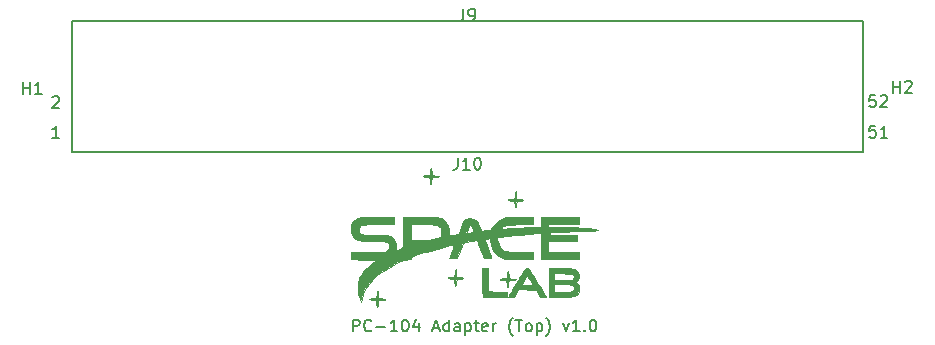
<source format=gbr>
%TF.GenerationSoftware,KiCad,Pcbnew,5.1.6-1.fc32*%
%TF.CreationDate,2020-07-10T21:32:06-03:00*%
%TF.ProjectId,pc104-adapter-top,70633130-342d-4616-9461-707465722d74,v1.0*%
%TF.SameCoordinates,Original*%
%TF.FileFunction,Legend,Top*%
%TF.FilePolarity,Positive*%
%FSLAX46Y46*%
G04 Gerber Fmt 4.6, Leading zero omitted, Abs format (unit mm)*
G04 Created by KiCad (PCBNEW 5.1.6-1.fc32) date 2020-07-10 21:32:06*
%MOMM*%
%LPD*%
G01*
G04 APERTURE LIST*
%ADD10C,0.160000*%
%ADD11C,0.010000*%
%ADD12C,0.150000*%
G04 APERTURE END LIST*
D10*
X126614285Y-104952380D02*
X126614285Y-103952380D01*
X126995238Y-103952380D01*
X127090476Y-104000000D01*
X127138095Y-104047619D01*
X127185714Y-104142857D01*
X127185714Y-104285714D01*
X127138095Y-104380952D01*
X127090476Y-104428571D01*
X126995238Y-104476190D01*
X126614285Y-104476190D01*
X128185714Y-104857142D02*
X128138095Y-104904761D01*
X127995238Y-104952380D01*
X127900000Y-104952380D01*
X127757142Y-104904761D01*
X127661904Y-104809523D01*
X127614285Y-104714285D01*
X127566666Y-104523809D01*
X127566666Y-104380952D01*
X127614285Y-104190476D01*
X127661904Y-104095238D01*
X127757142Y-104000000D01*
X127900000Y-103952380D01*
X127995238Y-103952380D01*
X128138095Y-104000000D01*
X128185714Y-104047619D01*
X128614285Y-104571428D02*
X129376190Y-104571428D01*
X130376190Y-104952380D02*
X129804761Y-104952380D01*
X130090476Y-104952380D02*
X130090476Y-103952380D01*
X129995238Y-104095238D01*
X129900000Y-104190476D01*
X129804761Y-104238095D01*
X130995238Y-103952380D02*
X131090476Y-103952380D01*
X131185714Y-104000000D01*
X131233333Y-104047619D01*
X131280952Y-104142857D01*
X131328571Y-104333333D01*
X131328571Y-104571428D01*
X131280952Y-104761904D01*
X131233333Y-104857142D01*
X131185714Y-104904761D01*
X131090476Y-104952380D01*
X130995238Y-104952380D01*
X130900000Y-104904761D01*
X130852380Y-104857142D01*
X130804761Y-104761904D01*
X130757142Y-104571428D01*
X130757142Y-104333333D01*
X130804761Y-104142857D01*
X130852380Y-104047619D01*
X130900000Y-104000000D01*
X130995238Y-103952380D01*
X132185714Y-104285714D02*
X132185714Y-104952380D01*
X131947619Y-103904761D02*
X131709523Y-104619047D01*
X132328571Y-104619047D01*
X133423809Y-104666666D02*
X133900000Y-104666666D01*
X133328571Y-104952380D02*
X133661904Y-103952380D01*
X133995238Y-104952380D01*
X134757142Y-104952380D02*
X134757142Y-103952380D01*
X134757142Y-104904761D02*
X134661904Y-104952380D01*
X134471428Y-104952380D01*
X134376190Y-104904761D01*
X134328571Y-104857142D01*
X134280952Y-104761904D01*
X134280952Y-104476190D01*
X134328571Y-104380952D01*
X134376190Y-104333333D01*
X134471428Y-104285714D01*
X134661904Y-104285714D01*
X134757142Y-104333333D01*
X135661904Y-104952380D02*
X135661904Y-104428571D01*
X135614285Y-104333333D01*
X135519047Y-104285714D01*
X135328571Y-104285714D01*
X135233333Y-104333333D01*
X135661904Y-104904761D02*
X135566666Y-104952380D01*
X135328571Y-104952380D01*
X135233333Y-104904761D01*
X135185714Y-104809523D01*
X135185714Y-104714285D01*
X135233333Y-104619047D01*
X135328571Y-104571428D01*
X135566666Y-104571428D01*
X135661904Y-104523809D01*
X136138095Y-104285714D02*
X136138095Y-105285714D01*
X136138095Y-104333333D02*
X136233333Y-104285714D01*
X136423809Y-104285714D01*
X136519047Y-104333333D01*
X136566666Y-104380952D01*
X136614285Y-104476190D01*
X136614285Y-104761904D01*
X136566666Y-104857142D01*
X136519047Y-104904761D01*
X136423809Y-104952380D01*
X136233333Y-104952380D01*
X136138095Y-104904761D01*
X136900000Y-104285714D02*
X137280952Y-104285714D01*
X137042857Y-103952380D02*
X137042857Y-104809523D01*
X137090476Y-104904761D01*
X137185714Y-104952380D01*
X137280952Y-104952380D01*
X137995238Y-104904761D02*
X137900000Y-104952380D01*
X137709523Y-104952380D01*
X137614285Y-104904761D01*
X137566666Y-104809523D01*
X137566666Y-104428571D01*
X137614285Y-104333333D01*
X137709523Y-104285714D01*
X137900000Y-104285714D01*
X137995238Y-104333333D01*
X138042857Y-104428571D01*
X138042857Y-104523809D01*
X137566666Y-104619047D01*
X138471428Y-104952380D02*
X138471428Y-104285714D01*
X138471428Y-104476190D02*
X138519047Y-104380952D01*
X138566666Y-104333333D01*
X138661904Y-104285714D01*
X138757142Y-104285714D01*
X140138095Y-105333333D02*
X140090476Y-105285714D01*
X139995238Y-105142857D01*
X139947619Y-105047619D01*
X139900000Y-104904761D01*
X139852380Y-104666666D01*
X139852380Y-104476190D01*
X139900000Y-104238095D01*
X139947619Y-104095238D01*
X139995238Y-104000000D01*
X140090476Y-103857142D01*
X140138095Y-103809523D01*
X140376190Y-103952380D02*
X140947619Y-103952380D01*
X140661904Y-104952380D02*
X140661904Y-103952380D01*
X141423809Y-104952380D02*
X141328571Y-104904761D01*
X141280952Y-104857142D01*
X141233333Y-104761904D01*
X141233333Y-104476190D01*
X141280952Y-104380952D01*
X141328571Y-104333333D01*
X141423809Y-104285714D01*
X141566666Y-104285714D01*
X141661904Y-104333333D01*
X141709523Y-104380952D01*
X141757142Y-104476190D01*
X141757142Y-104761904D01*
X141709523Y-104857142D01*
X141661904Y-104904761D01*
X141566666Y-104952380D01*
X141423809Y-104952380D01*
X142185714Y-104285714D02*
X142185714Y-105285714D01*
X142185714Y-104333333D02*
X142280952Y-104285714D01*
X142471428Y-104285714D01*
X142566666Y-104333333D01*
X142614285Y-104380952D01*
X142661904Y-104476190D01*
X142661904Y-104761904D01*
X142614285Y-104857142D01*
X142566666Y-104904761D01*
X142471428Y-104952380D01*
X142280952Y-104952380D01*
X142185714Y-104904761D01*
X142995238Y-105333333D02*
X143042857Y-105285714D01*
X143138095Y-105142857D01*
X143185714Y-105047619D01*
X143233333Y-104904761D01*
X143280952Y-104666666D01*
X143280952Y-104476190D01*
X143233333Y-104238095D01*
X143185714Y-104095238D01*
X143138095Y-104000000D01*
X143042857Y-103857142D01*
X142995238Y-103809523D01*
X144423809Y-104285714D02*
X144661904Y-104952380D01*
X144900000Y-104285714D01*
X145804761Y-104952380D02*
X145233333Y-104952380D01*
X145519047Y-104952380D02*
X145519047Y-103952380D01*
X145423809Y-104095238D01*
X145328571Y-104190476D01*
X145233333Y-104238095D01*
X146233333Y-104857142D02*
X146280952Y-104904761D01*
X146233333Y-104952380D01*
X146185714Y-104904761D01*
X146233333Y-104857142D01*
X146233333Y-104952380D01*
X146900000Y-103952380D02*
X146995238Y-103952380D01*
X147090476Y-104000000D01*
X147138095Y-104047619D01*
X147185714Y-104142857D01*
X147233333Y-104333333D01*
X147233333Y-104571428D01*
X147185714Y-104761904D01*
X147138095Y-104857142D01*
X147090476Y-104904761D01*
X146995238Y-104952380D01*
X146900000Y-104952380D01*
X146804761Y-104904761D01*
X146757142Y-104857142D01*
X146709523Y-104761904D01*
X146661904Y-104571428D01*
X146661904Y-104333333D01*
X146709523Y-104142857D01*
X146757142Y-104047619D01*
X146804761Y-104000000D01*
X146900000Y-103952380D01*
X169770000Y-78716000D02*
X102830000Y-78716000D01*
X169770000Y-89776000D02*
X169770000Y-78716000D01*
X102830000Y-89776000D02*
X169770000Y-89776000D01*
X102830000Y-78716000D02*
X102830000Y-89776000D01*
D11*
%TO.C,G\u002A\u002A\u002A*%
G36*
X128699599Y-101561525D02*
G01*
X128725108Y-101630789D01*
X128747951Y-101746661D01*
X128764148Y-101890195D01*
X128769560Y-102005916D01*
X128776974Y-102109987D01*
X128809601Y-102154616D01*
X128889576Y-102164970D01*
X128909583Y-102165132D01*
X129057475Y-102172695D01*
X129198216Y-102191415D01*
X129307850Y-102216793D01*
X129362422Y-102244332D01*
X129364666Y-102250575D01*
X129326030Y-102270538D01*
X129224423Y-102292362D01*
X129081300Y-102311514D01*
X129071762Y-102312488D01*
X128778857Y-102341904D01*
X128748904Y-102560202D01*
X128725776Y-102702783D01*
X128700544Y-102820594D01*
X128688864Y-102860045D01*
X128664616Y-102911491D01*
X128645833Y-102888976D01*
X128631300Y-102838878D01*
X128614134Y-102732579D01*
X128604186Y-102589860D01*
X128603244Y-102539794D01*
X128603732Y-102452449D01*
X128596259Y-102393790D01*
X128566494Y-102355394D01*
X128500111Y-102328837D01*
X128382779Y-102305693D01*
X128200170Y-102277540D01*
X128142038Y-102268639D01*
X128036003Y-102241015D01*
X128008496Y-102209126D01*
X128054333Y-102181376D01*
X128168328Y-102166167D01*
X128205791Y-102165314D01*
X128350060Y-102155998D01*
X128464780Y-102139327D01*
X128535818Y-102119319D01*
X128577000Y-102080647D01*
X128600397Y-102001343D01*
X128617966Y-101860559D01*
X128637089Y-101716548D01*
X128659354Y-101604399D01*
X128675407Y-101557815D01*
X128699599Y-101561525D01*
G37*
X128699599Y-101561525D02*
X128725108Y-101630789D01*
X128747951Y-101746661D01*
X128764148Y-101890195D01*
X128769560Y-102005916D01*
X128776974Y-102109987D01*
X128809601Y-102154616D01*
X128889576Y-102164970D01*
X128909583Y-102165132D01*
X129057475Y-102172695D01*
X129198216Y-102191415D01*
X129307850Y-102216793D01*
X129362422Y-102244332D01*
X129364666Y-102250575D01*
X129326030Y-102270538D01*
X129224423Y-102292362D01*
X129081300Y-102311514D01*
X129071762Y-102312488D01*
X128778857Y-102341904D01*
X128748904Y-102560202D01*
X128725776Y-102702783D01*
X128700544Y-102820594D01*
X128688864Y-102860045D01*
X128664616Y-102911491D01*
X128645833Y-102888976D01*
X128631300Y-102838878D01*
X128614134Y-102732579D01*
X128604186Y-102589860D01*
X128603244Y-102539794D01*
X128603732Y-102452449D01*
X128596259Y-102393790D01*
X128566494Y-102355394D01*
X128500111Y-102328837D01*
X128382779Y-102305693D01*
X128200170Y-102277540D01*
X128142038Y-102268639D01*
X128036003Y-102241015D01*
X128008496Y-102209126D01*
X128054333Y-102181376D01*
X128168328Y-102166167D01*
X128205791Y-102165314D01*
X128350060Y-102155998D01*
X128464780Y-102139327D01*
X128535818Y-102119319D01*
X128577000Y-102080647D01*
X128600397Y-102001343D01*
X128617966Y-101860559D01*
X128637089Y-101716548D01*
X128659354Y-101604399D01*
X128675407Y-101557815D01*
X128699599Y-101561525D01*
G36*
X130126666Y-95899333D02*
G01*
X128788981Y-95899333D01*
X128406005Y-95899876D01*
X128098350Y-95901790D01*
X127856675Y-95905500D01*
X127671641Y-95911431D01*
X127533905Y-95920009D01*
X127434128Y-95931658D01*
X127362968Y-95946804D01*
X127311086Y-95965873D01*
X127309319Y-95966705D01*
X127178689Y-96070426D01*
X127105559Y-96216380D01*
X127092357Y-96382493D01*
X127141511Y-96546688D01*
X127232356Y-96666600D01*
X127266108Y-96696500D01*
X127303089Y-96720001D01*
X127353559Y-96738097D01*
X127427778Y-96751780D01*
X127536006Y-96762045D01*
X127688503Y-96769884D01*
X127895531Y-96776292D01*
X128167347Y-96782261D01*
X128489577Y-96788333D01*
X128831912Y-96794843D01*
X129100553Y-96800977D01*
X129306459Y-96807773D01*
X129460591Y-96816273D01*
X129573908Y-96827514D01*
X129657371Y-96842536D01*
X129721939Y-96862379D01*
X129778574Y-96888082D01*
X129828694Y-96915333D01*
X130040513Y-97080063D01*
X130189864Y-97298774D01*
X130273720Y-97565153D01*
X130289052Y-97872888D01*
X130288929Y-97874877D01*
X130281319Y-98000133D01*
X130276731Y-98082139D01*
X130276054Y-98100724D01*
X130312504Y-98085566D01*
X130407868Y-98045499D01*
X130543060Y-97988546D01*
X130572387Y-97976177D01*
X130867500Y-97851687D01*
X130884394Y-95899333D01*
X131523666Y-95899333D01*
X131523666Y-96548444D01*
X131525418Y-96774796D01*
X131530249Y-96970543D01*
X131537519Y-97120363D01*
X131546591Y-97208932D01*
X131551888Y-97225777D01*
X131602421Y-97236248D01*
X131721219Y-97245246D01*
X131891881Y-97251954D01*
X132098009Y-97255553D01*
X132155138Y-97255878D01*
X132404135Y-97254097D01*
X132612191Y-97244801D01*
X132807641Y-97224794D01*
X133018817Y-97190881D01*
X133274051Y-97139864D01*
X133374793Y-97118294D01*
X133619196Y-97064794D01*
X133793916Y-97023670D01*
X133912127Y-96989895D01*
X133987007Y-96958444D01*
X134031729Y-96924290D01*
X134059470Y-96882407D01*
X134073293Y-96851833D01*
X134116681Y-96668629D01*
X134116302Y-96458183D01*
X134073796Y-96263760D01*
X134048833Y-96206665D01*
X133961345Y-96095818D01*
X133836591Y-95998849D01*
X133810480Y-95984415D01*
X133753066Y-95957963D01*
X133689908Y-95937613D01*
X133609591Y-95922575D01*
X133500699Y-95912056D01*
X133351813Y-95905264D01*
X133151519Y-95901408D01*
X132888398Y-95899695D01*
X132583686Y-95899333D01*
X131523666Y-95899333D01*
X130884394Y-95899333D01*
X130889890Y-95264333D01*
X132299761Y-95264333D01*
X132722849Y-95265027D01*
X133070831Y-95267909D01*
X133353263Y-95274173D01*
X133579698Y-95285018D01*
X133759693Y-95301639D01*
X133902802Y-95325234D01*
X134018580Y-95357000D01*
X134116582Y-95398132D01*
X134206363Y-95449827D01*
X134297478Y-95513283D01*
X134299524Y-95514786D01*
X134418949Y-95626619D01*
X134536991Y-95774854D01*
X134593472Y-95865439D01*
X134658282Y-95998982D01*
X134698643Y-96128650D01*
X134721904Y-96285649D01*
X134733545Y-96460250D01*
X134741405Y-96632661D01*
X134755289Y-96744223D01*
X134790402Y-96805224D01*
X134861951Y-96825952D01*
X134985145Y-96816696D01*
X135175188Y-96787743D01*
X135209761Y-96782434D01*
X135530355Y-96733643D01*
X135568757Y-96630672D01*
X136219000Y-96630672D01*
X136379583Y-96604135D01*
X136516525Y-96585861D01*
X136636436Y-96576674D01*
X136646000Y-96576484D01*
X136759709Y-96565305D01*
X136815611Y-96525333D01*
X136819030Y-96442352D01*
X136775292Y-96302147D01*
X136761850Y-96267251D01*
X136682392Y-96106107D01*
X136599157Y-96010116D01*
X136519773Y-95986062D01*
X136474473Y-96011593D01*
X136442722Y-96066755D01*
X136392657Y-96178508D01*
X136334556Y-96323749D01*
X136328735Y-96339134D01*
X136219000Y-96630672D01*
X135568757Y-96630672D01*
X135731726Y-96193690D01*
X135843590Y-95911750D01*
X135946289Y-95702113D01*
X136050137Y-95554687D01*
X136165450Y-95459379D01*
X136302540Y-95406095D01*
X136471724Y-95384745D01*
X136560376Y-95382866D01*
X136812694Y-95411542D01*
X137009490Y-95495796D01*
X137131185Y-95613341D01*
X137177331Y-95696866D01*
X137240592Y-95834194D01*
X137309271Y-95999514D01*
X137327954Y-96047500D01*
X137390640Y-96205563D01*
X137445098Y-96332957D01*
X137482339Y-96408999D01*
X137489738Y-96419756D01*
X137543275Y-96429436D01*
X137660005Y-96427315D01*
X137819395Y-96414178D01*
X137908385Y-96403760D01*
X138295026Y-96354176D01*
X138418898Y-96137338D01*
X138639513Y-95833737D01*
X138916616Y-95589572D01*
X139240327Y-95411845D01*
X139585358Y-95310309D01*
X139699480Y-95297232D01*
X139882720Y-95285602D01*
X140119535Y-95275976D01*
X140394379Y-95268912D01*
X140691709Y-95264970D01*
X140865941Y-95264333D01*
X141895333Y-95264333D01*
X141895333Y-95899333D01*
X140865850Y-95899333D01*
X140481794Y-95901213D01*
X140171721Y-95907996D01*
X139925008Y-95921393D01*
X139731032Y-95943115D01*
X139579168Y-95974874D01*
X139458795Y-96018383D01*
X139359287Y-96075352D01*
X139270023Y-96147493D01*
X139258334Y-96158340D01*
X139122500Y-96286029D01*
X139461166Y-96261480D01*
X139740890Y-96242513D01*
X140083789Y-96221337D01*
X140468436Y-96199133D01*
X140873408Y-96177080D01*
X141277281Y-96156361D01*
X141658628Y-96138154D01*
X141863583Y-96129103D01*
X142530333Y-96100742D01*
X142530333Y-95264333D01*
X145747666Y-95264333D01*
X145747666Y-95899333D01*
X143165333Y-95899333D01*
X143165333Y-96097984D01*
X144572916Y-96125095D01*
X145096634Y-96136631D01*
X145543809Y-96149879D01*
X145922555Y-96165427D01*
X146240988Y-96183865D01*
X146507224Y-96205782D01*
X146729377Y-96231766D01*
X146915564Y-96262406D01*
X147073899Y-96298291D01*
X147115030Y-96309553D01*
X147377500Y-96384301D01*
X147187000Y-96413846D01*
X147070549Y-96425528D01*
X146893293Y-96435640D01*
X146679091Y-96443117D01*
X146451800Y-96446893D01*
X146446166Y-96446931D01*
X146201122Y-96450641D01*
X145889732Y-96458643D01*
X145530167Y-96470220D01*
X145140599Y-96484653D01*
X144739199Y-96501222D01*
X144344139Y-96519210D01*
X143973591Y-96537898D01*
X143645726Y-96556568D01*
X143596988Y-96559597D01*
X143401466Y-96572953D01*
X143275858Y-96586062D01*
X143205522Y-96602990D01*
X143175815Y-96627802D01*
X143172094Y-96664563D01*
X143173655Y-96677127D01*
X143179323Y-96703213D01*
X143194169Y-96723802D01*
X143227407Y-96739651D01*
X143288248Y-96751520D01*
X143385904Y-96760168D01*
X143529589Y-96766351D01*
X143728514Y-96770830D01*
X143991892Y-96774363D01*
X144328935Y-96777708D01*
X144403583Y-96778399D01*
X145620666Y-96789631D01*
X145620666Y-97296333D01*
X143165333Y-97296333D01*
X143165333Y-98227666D01*
X145747666Y-98227666D01*
X145747666Y-98862666D01*
X142530333Y-98862666D01*
X142530333Y-96614795D01*
X142286916Y-96638777D01*
X142165858Y-96649981D01*
X141979116Y-96666375D01*
X141745403Y-96686355D01*
X141483429Y-96708321D01*
X141239166Y-96728447D01*
X140917072Y-96756173D01*
X140558321Y-96789389D01*
X140197126Y-96824785D01*
X139867702Y-96859051D01*
X139715223Y-96875901D01*
X139473036Y-96902943D01*
X139256649Y-96926211D01*
X139081605Y-96944103D01*
X138963445Y-96955020D01*
X138921473Y-96957666D01*
X138875756Y-96973302D01*
X138853409Y-97033278D01*
X138847338Y-97157199D01*
X138847333Y-97162571D01*
X138875943Y-97357460D01*
X138952009Y-97572923D01*
X139060889Y-97778355D01*
X139187937Y-97943148D01*
X139245423Y-97994593D01*
X139339855Y-98061912D01*
X139434012Y-98114962D01*
X139539217Y-98155418D01*
X139666795Y-98184956D01*
X139828069Y-98205250D01*
X140034365Y-98217975D01*
X140297006Y-98224806D01*
X140627317Y-98227418D01*
X140821155Y-98227666D01*
X141895333Y-98227666D01*
X141895333Y-98867502D01*
X140697046Y-98854501D01*
X139498758Y-98841500D01*
X139175811Y-98681804D01*
X138857505Y-98480102D01*
X138595497Y-98222007D01*
X138396939Y-97917617D01*
X138268986Y-97577026D01*
X138227283Y-97343101D01*
X138199277Y-97075149D01*
X137993207Y-97094949D01*
X137869814Y-97110017D01*
X137786456Y-97126201D01*
X137768216Y-97133671D01*
X137776766Y-97177156D01*
X137811723Y-97287220D01*
X137868793Y-97451540D01*
X137943679Y-97657794D01*
X138032086Y-97893656D01*
X138044314Y-97925761D01*
X138135384Y-98166371D01*
X138215041Y-98380534D01*
X138278646Y-98555470D01*
X138321560Y-98678402D01*
X138339144Y-98736551D01*
X138339333Y-98738464D01*
X138300488Y-98757482D01*
X138197842Y-98771493D01*
X138052227Y-98777865D01*
X138026362Y-98778000D01*
X137859352Y-98774625D01*
X137758363Y-98761832D01*
X137704921Y-98735616D01*
X137684609Y-98703916D01*
X137660565Y-98641026D01*
X137612174Y-98513695D01*
X137545035Y-98336678D01*
X137464743Y-98124731D01*
X137399555Y-97952500D01*
X137313836Y-97728467D01*
X137237154Y-97532793D01*
X137174938Y-97378957D01*
X137132616Y-97280437D01*
X137116892Y-97250649D01*
X137067962Y-97249162D01*
X136951614Y-97261844D01*
X136783507Y-97286544D01*
X136579301Y-97321106D01*
X136501217Y-97335316D01*
X135911935Y-97444500D01*
X135658825Y-98111250D01*
X135405714Y-98778000D01*
X135094524Y-98778000D01*
X134918840Y-98772911D01*
X134818561Y-98756654D01*
X134784983Y-98727739D01*
X134784909Y-98725083D01*
X134800100Y-98667701D01*
X134840577Y-98547925D01*
X134900546Y-98382116D01*
X134974214Y-98186638D01*
X134991017Y-98143000D01*
X135065306Y-97947600D01*
X135125696Y-97782595D01*
X135166908Y-97662890D01*
X135183664Y-97603387D01*
X135183432Y-97599685D01*
X135136254Y-97601276D01*
X135018852Y-97623660D01*
X134842270Y-97663879D01*
X134617552Y-97718975D01*
X134355743Y-97785991D01*
X134067886Y-97861970D01*
X133765024Y-97943954D01*
X133458202Y-98028986D01*
X133158464Y-98114109D01*
X132876853Y-98196365D01*
X132624414Y-98272797D01*
X132412191Y-98340448D01*
X132391500Y-98347318D01*
X132109945Y-98441731D01*
X131898581Y-98514541D01*
X131747143Y-98570510D01*
X131645364Y-98614400D01*
X131582978Y-98650972D01*
X131549720Y-98684989D01*
X131535323Y-98721211D01*
X131531438Y-98746250D01*
X131519287Y-98810542D01*
X131487771Y-98845358D01*
X131415974Y-98859721D01*
X131282982Y-98862654D01*
X131261599Y-98862666D01*
X131101105Y-98876188D01*
X130919643Y-98919509D01*
X130706682Y-98996759D01*
X130451691Y-99112069D01*
X130144142Y-99269570D01*
X129936166Y-99382635D01*
X129317897Y-99753197D01*
X128783118Y-100135714D01*
X128331444Y-100530604D01*
X127962488Y-100938292D01*
X127675862Y-101359198D01*
X127471180Y-101793744D01*
X127357161Y-102194583D01*
X127309070Y-102434654D01*
X127195885Y-102182444D01*
X127058964Y-101779873D01*
X127006359Y-101370963D01*
X127038038Y-100956731D01*
X127153970Y-100538195D01*
X127253378Y-100307061D01*
X127351859Y-100119479D01*
X127457914Y-99956955D01*
X127590207Y-99794358D01*
X127767401Y-99606559D01*
X127792241Y-99581464D01*
X127962729Y-99417454D01*
X128141254Y-99258310D01*
X128304340Y-99124333D01*
X128408556Y-99048495D01*
X128658945Y-98883833D01*
X127572472Y-98872535D01*
X126486000Y-98861237D01*
X126486000Y-98227666D01*
X127914750Y-98227042D01*
X128339148Y-98225919D01*
X128685111Y-98222811D01*
X128958852Y-98217505D01*
X129166584Y-98209783D01*
X129314520Y-98199431D01*
X129408874Y-98186232D01*
X129449333Y-98173791D01*
X129536915Y-98101544D01*
X129618343Y-97990193D01*
X129631550Y-97965232D01*
X129679371Y-97842125D01*
X129682287Y-97731047D01*
X129661638Y-97637369D01*
X129635420Y-97549248D01*
X129603247Y-97478995D01*
X129555833Y-97424373D01*
X129483893Y-97383143D01*
X129378140Y-97353070D01*
X129229290Y-97331915D01*
X129028056Y-97317442D01*
X128765153Y-97307412D01*
X128431295Y-97299590D01*
X128244782Y-97295993D01*
X127884053Y-97288778D01*
X127597161Y-97280873D01*
X127373290Y-97270280D01*
X127201620Y-97255000D01*
X127071333Y-97233035D01*
X126971611Y-97202385D01*
X126891635Y-97161052D01*
X126820588Y-97107038D01*
X126747651Y-97038342D01*
X126724280Y-97015068D01*
X126561314Y-96797423D01*
X126462941Y-96546625D01*
X126429168Y-96280096D01*
X126459998Y-96015256D01*
X126555436Y-95769526D01*
X126715486Y-95560328D01*
X126723913Y-95552329D01*
X126798017Y-95485133D01*
X126868857Y-95430263D01*
X126945662Y-95386382D01*
X127037662Y-95352152D01*
X127154088Y-95326235D01*
X127304171Y-95307294D01*
X127497139Y-95293991D01*
X127742224Y-95284989D01*
X128048655Y-95278951D01*
X128425663Y-95274538D01*
X128655583Y-95272416D01*
X130126666Y-95259333D01*
X130126666Y-95899333D01*
G37*
X130126666Y-95899333D02*
X128788981Y-95899333D01*
X128406005Y-95899876D01*
X128098350Y-95901790D01*
X127856675Y-95905500D01*
X127671641Y-95911431D01*
X127533905Y-95920009D01*
X127434128Y-95931658D01*
X127362968Y-95946804D01*
X127311086Y-95965873D01*
X127309319Y-95966705D01*
X127178689Y-96070426D01*
X127105559Y-96216380D01*
X127092357Y-96382493D01*
X127141511Y-96546688D01*
X127232356Y-96666600D01*
X127266108Y-96696500D01*
X127303089Y-96720001D01*
X127353559Y-96738097D01*
X127427778Y-96751780D01*
X127536006Y-96762045D01*
X127688503Y-96769884D01*
X127895531Y-96776292D01*
X128167347Y-96782261D01*
X128489577Y-96788333D01*
X128831912Y-96794843D01*
X129100553Y-96800977D01*
X129306459Y-96807773D01*
X129460591Y-96816273D01*
X129573908Y-96827514D01*
X129657371Y-96842536D01*
X129721939Y-96862379D01*
X129778574Y-96888082D01*
X129828694Y-96915333D01*
X130040513Y-97080063D01*
X130189864Y-97298774D01*
X130273720Y-97565153D01*
X130289052Y-97872888D01*
X130288929Y-97874877D01*
X130281319Y-98000133D01*
X130276731Y-98082139D01*
X130276054Y-98100724D01*
X130312504Y-98085566D01*
X130407868Y-98045499D01*
X130543060Y-97988546D01*
X130572387Y-97976177D01*
X130867500Y-97851687D01*
X130884394Y-95899333D01*
X131523666Y-95899333D01*
X131523666Y-96548444D01*
X131525418Y-96774796D01*
X131530249Y-96970543D01*
X131537519Y-97120363D01*
X131546591Y-97208932D01*
X131551888Y-97225777D01*
X131602421Y-97236248D01*
X131721219Y-97245246D01*
X131891881Y-97251954D01*
X132098009Y-97255553D01*
X132155138Y-97255878D01*
X132404135Y-97254097D01*
X132612191Y-97244801D01*
X132807641Y-97224794D01*
X133018817Y-97190881D01*
X133274051Y-97139864D01*
X133374793Y-97118294D01*
X133619196Y-97064794D01*
X133793916Y-97023670D01*
X133912127Y-96989895D01*
X133987007Y-96958444D01*
X134031729Y-96924290D01*
X134059470Y-96882407D01*
X134073293Y-96851833D01*
X134116681Y-96668629D01*
X134116302Y-96458183D01*
X134073796Y-96263760D01*
X134048833Y-96206665D01*
X133961345Y-96095818D01*
X133836591Y-95998849D01*
X133810480Y-95984415D01*
X133753066Y-95957963D01*
X133689908Y-95937613D01*
X133609591Y-95922575D01*
X133500699Y-95912056D01*
X133351813Y-95905264D01*
X133151519Y-95901408D01*
X132888398Y-95899695D01*
X132583686Y-95899333D01*
X131523666Y-95899333D01*
X130884394Y-95899333D01*
X130889890Y-95264333D01*
X132299761Y-95264333D01*
X132722849Y-95265027D01*
X133070831Y-95267909D01*
X133353263Y-95274173D01*
X133579698Y-95285018D01*
X133759693Y-95301639D01*
X133902802Y-95325234D01*
X134018580Y-95357000D01*
X134116582Y-95398132D01*
X134206363Y-95449827D01*
X134297478Y-95513283D01*
X134299524Y-95514786D01*
X134418949Y-95626619D01*
X134536991Y-95774854D01*
X134593472Y-95865439D01*
X134658282Y-95998982D01*
X134698643Y-96128650D01*
X134721904Y-96285649D01*
X134733545Y-96460250D01*
X134741405Y-96632661D01*
X134755289Y-96744223D01*
X134790402Y-96805224D01*
X134861951Y-96825952D01*
X134985145Y-96816696D01*
X135175188Y-96787743D01*
X135209761Y-96782434D01*
X135530355Y-96733643D01*
X135568757Y-96630672D01*
X136219000Y-96630672D01*
X136379583Y-96604135D01*
X136516525Y-96585861D01*
X136636436Y-96576674D01*
X136646000Y-96576484D01*
X136759709Y-96565305D01*
X136815611Y-96525333D01*
X136819030Y-96442352D01*
X136775292Y-96302147D01*
X136761850Y-96267251D01*
X136682392Y-96106107D01*
X136599157Y-96010116D01*
X136519773Y-95986062D01*
X136474473Y-96011593D01*
X136442722Y-96066755D01*
X136392657Y-96178508D01*
X136334556Y-96323749D01*
X136328735Y-96339134D01*
X136219000Y-96630672D01*
X135568757Y-96630672D01*
X135731726Y-96193690D01*
X135843590Y-95911750D01*
X135946289Y-95702113D01*
X136050137Y-95554687D01*
X136165450Y-95459379D01*
X136302540Y-95406095D01*
X136471724Y-95384745D01*
X136560376Y-95382866D01*
X136812694Y-95411542D01*
X137009490Y-95495796D01*
X137131185Y-95613341D01*
X137177331Y-95696866D01*
X137240592Y-95834194D01*
X137309271Y-95999514D01*
X137327954Y-96047500D01*
X137390640Y-96205563D01*
X137445098Y-96332957D01*
X137482339Y-96408999D01*
X137489738Y-96419756D01*
X137543275Y-96429436D01*
X137660005Y-96427315D01*
X137819395Y-96414178D01*
X137908385Y-96403760D01*
X138295026Y-96354176D01*
X138418898Y-96137338D01*
X138639513Y-95833737D01*
X138916616Y-95589572D01*
X139240327Y-95411845D01*
X139585358Y-95310309D01*
X139699480Y-95297232D01*
X139882720Y-95285602D01*
X140119535Y-95275976D01*
X140394379Y-95268912D01*
X140691709Y-95264970D01*
X140865941Y-95264333D01*
X141895333Y-95264333D01*
X141895333Y-95899333D01*
X140865850Y-95899333D01*
X140481794Y-95901213D01*
X140171721Y-95907996D01*
X139925008Y-95921393D01*
X139731032Y-95943115D01*
X139579168Y-95974874D01*
X139458795Y-96018383D01*
X139359287Y-96075352D01*
X139270023Y-96147493D01*
X139258334Y-96158340D01*
X139122500Y-96286029D01*
X139461166Y-96261480D01*
X139740890Y-96242513D01*
X140083789Y-96221337D01*
X140468436Y-96199133D01*
X140873408Y-96177080D01*
X141277281Y-96156361D01*
X141658628Y-96138154D01*
X141863583Y-96129103D01*
X142530333Y-96100742D01*
X142530333Y-95264333D01*
X145747666Y-95264333D01*
X145747666Y-95899333D01*
X143165333Y-95899333D01*
X143165333Y-96097984D01*
X144572916Y-96125095D01*
X145096634Y-96136631D01*
X145543809Y-96149879D01*
X145922555Y-96165427D01*
X146240988Y-96183865D01*
X146507224Y-96205782D01*
X146729377Y-96231766D01*
X146915564Y-96262406D01*
X147073899Y-96298291D01*
X147115030Y-96309553D01*
X147377500Y-96384301D01*
X147187000Y-96413846D01*
X147070549Y-96425528D01*
X146893293Y-96435640D01*
X146679091Y-96443117D01*
X146451800Y-96446893D01*
X146446166Y-96446931D01*
X146201122Y-96450641D01*
X145889732Y-96458643D01*
X145530167Y-96470220D01*
X145140599Y-96484653D01*
X144739199Y-96501222D01*
X144344139Y-96519210D01*
X143973591Y-96537898D01*
X143645726Y-96556568D01*
X143596988Y-96559597D01*
X143401466Y-96572953D01*
X143275858Y-96586062D01*
X143205522Y-96602990D01*
X143175815Y-96627802D01*
X143172094Y-96664563D01*
X143173655Y-96677127D01*
X143179323Y-96703213D01*
X143194169Y-96723802D01*
X143227407Y-96739651D01*
X143288248Y-96751520D01*
X143385904Y-96760168D01*
X143529589Y-96766351D01*
X143728514Y-96770830D01*
X143991892Y-96774363D01*
X144328935Y-96777708D01*
X144403583Y-96778399D01*
X145620666Y-96789631D01*
X145620666Y-97296333D01*
X143165333Y-97296333D01*
X143165333Y-98227666D01*
X145747666Y-98227666D01*
X145747666Y-98862666D01*
X142530333Y-98862666D01*
X142530333Y-96614795D01*
X142286916Y-96638777D01*
X142165858Y-96649981D01*
X141979116Y-96666375D01*
X141745403Y-96686355D01*
X141483429Y-96708321D01*
X141239166Y-96728447D01*
X140917072Y-96756173D01*
X140558321Y-96789389D01*
X140197126Y-96824785D01*
X139867702Y-96859051D01*
X139715223Y-96875901D01*
X139473036Y-96902943D01*
X139256649Y-96926211D01*
X139081605Y-96944103D01*
X138963445Y-96955020D01*
X138921473Y-96957666D01*
X138875756Y-96973302D01*
X138853409Y-97033278D01*
X138847338Y-97157199D01*
X138847333Y-97162571D01*
X138875943Y-97357460D01*
X138952009Y-97572923D01*
X139060889Y-97778355D01*
X139187937Y-97943148D01*
X139245423Y-97994593D01*
X139339855Y-98061912D01*
X139434012Y-98114962D01*
X139539217Y-98155418D01*
X139666795Y-98184956D01*
X139828069Y-98205250D01*
X140034365Y-98217975D01*
X140297006Y-98224806D01*
X140627317Y-98227418D01*
X140821155Y-98227666D01*
X141895333Y-98227666D01*
X141895333Y-98867502D01*
X140697046Y-98854501D01*
X139498758Y-98841500D01*
X139175811Y-98681804D01*
X138857505Y-98480102D01*
X138595497Y-98222007D01*
X138396939Y-97917617D01*
X138268986Y-97577026D01*
X138227283Y-97343101D01*
X138199277Y-97075149D01*
X137993207Y-97094949D01*
X137869814Y-97110017D01*
X137786456Y-97126201D01*
X137768216Y-97133671D01*
X137776766Y-97177156D01*
X137811723Y-97287220D01*
X137868793Y-97451540D01*
X137943679Y-97657794D01*
X138032086Y-97893656D01*
X138044314Y-97925761D01*
X138135384Y-98166371D01*
X138215041Y-98380534D01*
X138278646Y-98555470D01*
X138321560Y-98678402D01*
X138339144Y-98736551D01*
X138339333Y-98738464D01*
X138300488Y-98757482D01*
X138197842Y-98771493D01*
X138052227Y-98777865D01*
X138026362Y-98778000D01*
X137859352Y-98774625D01*
X137758363Y-98761832D01*
X137704921Y-98735616D01*
X137684609Y-98703916D01*
X137660565Y-98641026D01*
X137612174Y-98513695D01*
X137545035Y-98336678D01*
X137464743Y-98124731D01*
X137399555Y-97952500D01*
X137313836Y-97728467D01*
X137237154Y-97532793D01*
X137174938Y-97378957D01*
X137132616Y-97280437D01*
X137116892Y-97250649D01*
X137067962Y-97249162D01*
X136951614Y-97261844D01*
X136783507Y-97286544D01*
X136579301Y-97321106D01*
X136501217Y-97335316D01*
X135911935Y-97444500D01*
X135658825Y-98111250D01*
X135405714Y-98778000D01*
X135094524Y-98778000D01*
X134918840Y-98772911D01*
X134818561Y-98756654D01*
X134784983Y-98727739D01*
X134784909Y-98725083D01*
X134800100Y-98667701D01*
X134840577Y-98547925D01*
X134900546Y-98382116D01*
X134974214Y-98186638D01*
X134991017Y-98143000D01*
X135065306Y-97947600D01*
X135125696Y-97782595D01*
X135166908Y-97662890D01*
X135183664Y-97603387D01*
X135183432Y-97599685D01*
X135136254Y-97601276D01*
X135018852Y-97623660D01*
X134842270Y-97663879D01*
X134617552Y-97718975D01*
X134355743Y-97785991D01*
X134067886Y-97861970D01*
X133765024Y-97943954D01*
X133458202Y-98028986D01*
X133158464Y-98114109D01*
X132876853Y-98196365D01*
X132624414Y-98272797D01*
X132412191Y-98340448D01*
X132391500Y-98347318D01*
X132109945Y-98441731D01*
X131898581Y-98514541D01*
X131747143Y-98570510D01*
X131645364Y-98614400D01*
X131582978Y-98650972D01*
X131549720Y-98684989D01*
X131535323Y-98721211D01*
X131531438Y-98746250D01*
X131519287Y-98810542D01*
X131487771Y-98845358D01*
X131415974Y-98859721D01*
X131282982Y-98862654D01*
X131261599Y-98862666D01*
X131101105Y-98876188D01*
X130919643Y-98919509D01*
X130706682Y-98996759D01*
X130451691Y-99112069D01*
X130144142Y-99269570D01*
X129936166Y-99382635D01*
X129317897Y-99753197D01*
X128783118Y-100135714D01*
X128331444Y-100530604D01*
X127962488Y-100938292D01*
X127675862Y-101359198D01*
X127471180Y-101793744D01*
X127357161Y-102194583D01*
X127309070Y-102434654D01*
X127195885Y-102182444D01*
X127058964Y-101779873D01*
X127006359Y-101370963D01*
X127038038Y-100956731D01*
X127153970Y-100538195D01*
X127253378Y-100307061D01*
X127351859Y-100119479D01*
X127457914Y-99956955D01*
X127590207Y-99794358D01*
X127767401Y-99606559D01*
X127792241Y-99581464D01*
X127962729Y-99417454D01*
X128141254Y-99258310D01*
X128304340Y-99124333D01*
X128408556Y-99048495D01*
X128658945Y-98883833D01*
X127572472Y-98872535D01*
X126486000Y-98861237D01*
X126486000Y-98227666D01*
X127914750Y-98227042D01*
X128339148Y-98225919D01*
X128685111Y-98222811D01*
X128958852Y-98217505D01*
X129166584Y-98209783D01*
X129314520Y-98199431D01*
X129408874Y-98186232D01*
X129449333Y-98173791D01*
X129536915Y-98101544D01*
X129618343Y-97990193D01*
X129631550Y-97965232D01*
X129679371Y-97842125D01*
X129682287Y-97731047D01*
X129661638Y-97637369D01*
X129635420Y-97549248D01*
X129603247Y-97478995D01*
X129555833Y-97424373D01*
X129483893Y-97383143D01*
X129378140Y-97353070D01*
X129229290Y-97331915D01*
X129028056Y-97317442D01*
X128765153Y-97307412D01*
X128431295Y-97299590D01*
X128244782Y-97295993D01*
X127884053Y-97288778D01*
X127597161Y-97280873D01*
X127373290Y-97270280D01*
X127201620Y-97255000D01*
X127071333Y-97233035D01*
X126971611Y-97202385D01*
X126891635Y-97161052D01*
X126820588Y-97107038D01*
X126747651Y-97038342D01*
X126724280Y-97015068D01*
X126561314Y-96797423D01*
X126462941Y-96546625D01*
X126429168Y-96280096D01*
X126459998Y-96015256D01*
X126555436Y-95769526D01*
X126715486Y-95560328D01*
X126723913Y-95552329D01*
X126798017Y-95485133D01*
X126868857Y-95430263D01*
X126945662Y-95386382D01*
X127037662Y-95352152D01*
X127154088Y-95326235D01*
X127304171Y-95307294D01*
X127497139Y-95293991D01*
X127742224Y-95284989D01*
X128048655Y-95278951D01*
X128425663Y-95274538D01*
X128655583Y-95272416D01*
X130126666Y-95259333D01*
X130126666Y-95899333D01*
G36*
X138043000Y-101570131D02*
G01*
X138836750Y-101581649D01*
X139630500Y-101593166D01*
X139643295Y-101815416D01*
X139656091Y-102037666D01*
X138644934Y-102037666D01*
X138360493Y-102036532D01*
X138104638Y-102033346D01*
X137889401Y-102028436D01*
X137726812Y-102022128D01*
X137628905Y-102014750D01*
X137605555Y-102009444D01*
X137598208Y-101961342D01*
X137591573Y-101839664D01*
X137585910Y-101655496D01*
X137581478Y-101419928D01*
X137578537Y-101144048D01*
X137577346Y-100838943D01*
X137577333Y-100802944D01*
X137577333Y-99624666D01*
X138043000Y-99624666D01*
X138043000Y-101570131D01*
G37*
X138043000Y-101570131D02*
X138836750Y-101581649D01*
X139630500Y-101593166D01*
X139643295Y-101815416D01*
X139656091Y-102037666D01*
X138644934Y-102037666D01*
X138360493Y-102036532D01*
X138104638Y-102033346D01*
X137889401Y-102028436D01*
X137726812Y-102022128D01*
X137628905Y-102014750D01*
X137605555Y-102009444D01*
X137598208Y-101961342D01*
X137591573Y-101839664D01*
X137585910Y-101655496D01*
X137581478Y-101419928D01*
X137578537Y-101144048D01*
X137577346Y-100838943D01*
X137577333Y-100802944D01*
X137577333Y-99624666D01*
X138043000Y-99624666D01*
X138043000Y-101570131D01*
G36*
X141468152Y-99612789D02*
G01*
X141524979Y-99656416D01*
X141559518Y-99706373D01*
X141629866Y-99816691D01*
X141729655Y-99976842D01*
X141852520Y-100176297D01*
X141992094Y-100404526D01*
X142142011Y-100651001D01*
X142295906Y-100905194D01*
X142447411Y-101156574D01*
X142590162Y-101394614D01*
X142717792Y-101608784D01*
X142823934Y-101788556D01*
X142902223Y-101923401D01*
X142946293Y-102002790D01*
X142953666Y-102019317D01*
X142915243Y-102029102D01*
X142815588Y-102035759D01*
X142705931Y-102037666D01*
X142458195Y-102037666D01*
X142271474Y-101730750D01*
X142084753Y-101423833D01*
X140632711Y-101400699D01*
X140446238Y-101708599D01*
X140259765Y-102016500D01*
X140019215Y-102029195D01*
X139889425Y-102032790D01*
X139802086Y-102028974D01*
X139778666Y-102021430D01*
X139799757Y-101979049D01*
X139858787Y-101875054D01*
X139949392Y-101719977D01*
X140065207Y-101524355D01*
X140199870Y-101298722D01*
X140340778Y-101064000D01*
X140828636Y-101064000D01*
X141344346Y-101064000D01*
X141540418Y-101061469D01*
X141699840Y-101054566D01*
X141806963Y-101044325D01*
X141846138Y-101031779D01*
X141845944Y-101030870D01*
X141806466Y-100952543D01*
X141739083Y-100832374D01*
X141654596Y-100688144D01*
X141563801Y-100537637D01*
X141477498Y-100398635D01*
X141406485Y-100288919D01*
X141361561Y-100226273D01*
X141352401Y-100218144D01*
X141318659Y-100252409D01*
X141256349Y-100341959D01*
X141178295Y-100468218D01*
X141169779Y-100482727D01*
X141076305Y-100642568D01*
X140985070Y-100798242D01*
X140922181Y-100905250D01*
X140828636Y-101064000D01*
X140340778Y-101064000D01*
X140347015Y-101053612D01*
X140500280Y-100799562D01*
X140653299Y-100547105D01*
X140799708Y-100306777D01*
X140933145Y-100089112D01*
X141047244Y-99904645D01*
X141135641Y-99763912D01*
X141191973Y-99677447D01*
X141207354Y-99656416D01*
X141298807Y-99596637D01*
X141366166Y-99582333D01*
X141468152Y-99612789D01*
G37*
X141468152Y-99612789D02*
X141524979Y-99656416D01*
X141559518Y-99706373D01*
X141629866Y-99816691D01*
X141729655Y-99976842D01*
X141852520Y-100176297D01*
X141992094Y-100404526D01*
X142142011Y-100651001D01*
X142295906Y-100905194D01*
X142447411Y-101156574D01*
X142590162Y-101394614D01*
X142717792Y-101608784D01*
X142823934Y-101788556D01*
X142902223Y-101923401D01*
X142946293Y-102002790D01*
X142953666Y-102019317D01*
X142915243Y-102029102D01*
X142815588Y-102035759D01*
X142705931Y-102037666D01*
X142458195Y-102037666D01*
X142271474Y-101730750D01*
X142084753Y-101423833D01*
X140632711Y-101400699D01*
X140446238Y-101708599D01*
X140259765Y-102016500D01*
X140019215Y-102029195D01*
X139889425Y-102032790D01*
X139802086Y-102028974D01*
X139778666Y-102021430D01*
X139799757Y-101979049D01*
X139858787Y-101875054D01*
X139949392Y-101719977D01*
X140065207Y-101524355D01*
X140199870Y-101298722D01*
X140340778Y-101064000D01*
X140828636Y-101064000D01*
X141344346Y-101064000D01*
X141540418Y-101061469D01*
X141699840Y-101054566D01*
X141806963Y-101044325D01*
X141846138Y-101031779D01*
X141845944Y-101030870D01*
X141806466Y-100952543D01*
X141739083Y-100832374D01*
X141654596Y-100688144D01*
X141563801Y-100537637D01*
X141477498Y-100398635D01*
X141406485Y-100288919D01*
X141361561Y-100226273D01*
X141352401Y-100218144D01*
X141318659Y-100252409D01*
X141256349Y-100341959D01*
X141178295Y-100468218D01*
X141169779Y-100482727D01*
X141076305Y-100642568D01*
X140985070Y-100798242D01*
X140922181Y-100905250D01*
X140828636Y-101064000D01*
X140340778Y-101064000D01*
X140347015Y-101053612D01*
X140500280Y-100799562D01*
X140653299Y-100547105D01*
X140799708Y-100306777D01*
X140933145Y-100089112D01*
X141047244Y-99904645D01*
X141135641Y-99763912D01*
X141191973Y-99677447D01*
X141207354Y-99656416D01*
X141298807Y-99596637D01*
X141366166Y-99582333D01*
X141468152Y-99612789D01*
G36*
X144556686Y-99625180D02*
G01*
X144808992Y-99627271D01*
X145000133Y-99631761D01*
X145141861Y-99639473D01*
X145245925Y-99651228D01*
X145324075Y-99667850D01*
X145388061Y-99690160D01*
X145428309Y-99708434D01*
X145599878Y-99826446D01*
X145703827Y-99986519D01*
X145746058Y-100198836D01*
X145747666Y-100259242D01*
X145740216Y-100401079D01*
X145707812Y-100497556D01*
X145635373Y-100587400D01*
X145610083Y-100612543D01*
X145472500Y-100746500D01*
X145636184Y-100905204D01*
X145725166Y-100995670D01*
X145772533Y-101068096D01*
X145789120Y-101153875D01*
X145785759Y-101284398D01*
X145782904Y-101330338D01*
X145742420Y-101572921D01*
X145651016Y-101755716D01*
X145500874Y-101891808D01*
X145420417Y-101937197D01*
X145360854Y-101962608D01*
X145289307Y-101982389D01*
X145194282Y-101997437D01*
X145064287Y-102008651D01*
X144887830Y-102016927D01*
X144653416Y-102023162D01*
X144349554Y-102028254D01*
X144234250Y-102029808D01*
X143207666Y-102043117D01*
X143207666Y-100979333D01*
X143631000Y-100979333D01*
X143631000Y-101623936D01*
X144369699Y-101607826D01*
X144640666Y-101601095D01*
X144840671Y-101593355D01*
X144983416Y-101582940D01*
X145082602Y-101568184D01*
X145151931Y-101547422D01*
X145205105Y-101518986D01*
X145226949Y-101503588D01*
X145332229Y-101385427D01*
X145356542Y-101254886D01*
X145298816Y-101123610D01*
X145265491Y-101085976D01*
X145225496Y-101048123D01*
X145183757Y-101020491D01*
X145127146Y-101001470D01*
X145042536Y-100989453D01*
X144916799Y-100982832D01*
X144736809Y-100979999D01*
X144489437Y-100979344D01*
X144394924Y-100979333D01*
X143631000Y-100979333D01*
X143207666Y-100979333D01*
X143207666Y-100598333D01*
X143631000Y-100598333D01*
X144411766Y-100598333D01*
X144686915Y-100597951D01*
X144889771Y-100595891D01*
X145032708Y-100590775D01*
X145128099Y-100581230D01*
X145188318Y-100565881D01*
X145225739Y-100543352D01*
X145252734Y-100512269D01*
X145258432Y-100504247D01*
X145319068Y-100356046D01*
X145298248Y-100209910D01*
X145264324Y-100151341D01*
X145236998Y-100122217D01*
X145195512Y-100100490D01*
X145127692Y-100084791D01*
X145021368Y-100073748D01*
X144864367Y-100065989D01*
X144644517Y-100060144D01*
X144417658Y-100055965D01*
X143631000Y-100042764D01*
X143631000Y-100598333D01*
X143207666Y-100598333D01*
X143207666Y-99624666D01*
X144231467Y-99624666D01*
X144556686Y-99625180D01*
G37*
X144556686Y-99625180D02*
X144808992Y-99627271D01*
X145000133Y-99631761D01*
X145141861Y-99639473D01*
X145245925Y-99651228D01*
X145324075Y-99667850D01*
X145388061Y-99690160D01*
X145428309Y-99708434D01*
X145599878Y-99826446D01*
X145703827Y-99986519D01*
X145746058Y-100198836D01*
X145747666Y-100259242D01*
X145740216Y-100401079D01*
X145707812Y-100497556D01*
X145635373Y-100587400D01*
X145610083Y-100612543D01*
X145472500Y-100746500D01*
X145636184Y-100905204D01*
X145725166Y-100995670D01*
X145772533Y-101068096D01*
X145789120Y-101153875D01*
X145785759Y-101284398D01*
X145782904Y-101330338D01*
X145742420Y-101572921D01*
X145651016Y-101755716D01*
X145500874Y-101891808D01*
X145420417Y-101937197D01*
X145360854Y-101962608D01*
X145289307Y-101982389D01*
X145194282Y-101997437D01*
X145064287Y-102008651D01*
X144887830Y-102016927D01*
X144653416Y-102023162D01*
X144349554Y-102028254D01*
X144234250Y-102029808D01*
X143207666Y-102043117D01*
X143207666Y-100979333D01*
X143631000Y-100979333D01*
X143631000Y-101623936D01*
X144369699Y-101607826D01*
X144640666Y-101601095D01*
X144840671Y-101593355D01*
X144983416Y-101582940D01*
X145082602Y-101568184D01*
X145151931Y-101547422D01*
X145205105Y-101518986D01*
X145226949Y-101503588D01*
X145332229Y-101385427D01*
X145356542Y-101254886D01*
X145298816Y-101123610D01*
X145265491Y-101085976D01*
X145225496Y-101048123D01*
X145183757Y-101020491D01*
X145127146Y-101001470D01*
X145042536Y-100989453D01*
X144916799Y-100982832D01*
X144736809Y-100979999D01*
X144489437Y-100979344D01*
X144394924Y-100979333D01*
X143631000Y-100979333D01*
X143207666Y-100979333D01*
X143207666Y-100598333D01*
X143631000Y-100598333D01*
X144411766Y-100598333D01*
X144686915Y-100597951D01*
X144889771Y-100595891D01*
X145032708Y-100590775D01*
X145128099Y-100581230D01*
X145188318Y-100565881D01*
X145225739Y-100543352D01*
X145252734Y-100512269D01*
X145258432Y-100504247D01*
X145319068Y-100356046D01*
X145298248Y-100209910D01*
X145264324Y-100151341D01*
X145236998Y-100122217D01*
X145195512Y-100100490D01*
X145127692Y-100084791D01*
X145021368Y-100073748D01*
X144864367Y-100065989D01*
X144644517Y-100060144D01*
X144417658Y-100055965D01*
X143631000Y-100042764D01*
X143631000Y-100598333D01*
X143207666Y-100598333D01*
X143207666Y-99624666D01*
X144231467Y-99624666D01*
X144556686Y-99625180D01*
G36*
X139750801Y-99927194D02*
G01*
X139777719Y-100054849D01*
X139799600Y-100222128D01*
X139825646Y-100459757D01*
X140080924Y-100486439D01*
X140225420Y-100505584D01*
X140338088Y-100527834D01*
X140385517Y-100544073D01*
X140381807Y-100568266D01*
X140312543Y-100593774D01*
X140196671Y-100616617D01*
X140053137Y-100632814D01*
X139937416Y-100638227D01*
X139837783Y-100644087D01*
X139791251Y-100673585D01*
X139776245Y-100750750D01*
X139773658Y-100820583D01*
X139763424Y-100975629D01*
X139744341Y-101105800D01*
X139720346Y-101193234D01*
X139695378Y-101220070D01*
X139687336Y-101212166D01*
X139669058Y-101150077D01*
X139647866Y-101031506D01*
X139631517Y-100908329D01*
X139601734Y-100646824D01*
X139425617Y-100620313D01*
X139229583Y-100589640D01*
X139107260Y-100566597D01*
X139048395Y-100547930D01*
X139042737Y-100530384D01*
X139080032Y-100510703D01*
X139080166Y-100510650D01*
X139171199Y-100490585D01*
X139307337Y-100477132D01*
X139383719Y-100474308D01*
X139485977Y-100472598D01*
X139553968Y-100460916D01*
X139597355Y-100424434D01*
X139625797Y-100348324D01*
X139648956Y-100217759D01*
X139675266Y-100026833D01*
X139698440Y-99911404D01*
X139723996Y-99878785D01*
X139750801Y-99927194D01*
G37*
X139750801Y-99927194D02*
X139777719Y-100054849D01*
X139799600Y-100222128D01*
X139825646Y-100459757D01*
X140080924Y-100486439D01*
X140225420Y-100505584D01*
X140338088Y-100527834D01*
X140385517Y-100544073D01*
X140381807Y-100568266D01*
X140312543Y-100593774D01*
X140196671Y-100616617D01*
X140053137Y-100632814D01*
X139937416Y-100638227D01*
X139837783Y-100644087D01*
X139791251Y-100673585D01*
X139776245Y-100750750D01*
X139773658Y-100820583D01*
X139763424Y-100975629D01*
X139744341Y-101105800D01*
X139720346Y-101193234D01*
X139695378Y-101220070D01*
X139687336Y-101212166D01*
X139669058Y-101150077D01*
X139647866Y-101031506D01*
X139631517Y-100908329D01*
X139601734Y-100646824D01*
X139425617Y-100620313D01*
X139229583Y-100589640D01*
X139107260Y-100566597D01*
X139048395Y-100547930D01*
X139042737Y-100530384D01*
X139080032Y-100510703D01*
X139080166Y-100510650D01*
X139171199Y-100490585D01*
X139307337Y-100477132D01*
X139383719Y-100474308D01*
X139485977Y-100472598D01*
X139553968Y-100460916D01*
X139597355Y-100424434D01*
X139625797Y-100348324D01*
X139648956Y-100217759D01*
X139675266Y-100026833D01*
X139698440Y-99911404D01*
X139723996Y-99878785D01*
X139750801Y-99927194D01*
G36*
X135337409Y-99794000D02*
G01*
X135356095Y-99899209D01*
X135369000Y-100044915D01*
X135371780Y-100117151D01*
X135376000Y-100334469D01*
X135641937Y-100362949D01*
X135826397Y-100388229D01*
X135937585Y-100415745D01*
X135972401Y-100443715D01*
X135927750Y-100470353D01*
X135855512Y-100485965D01*
X135699792Y-100504697D01*
X135546099Y-100513169D01*
X135540780Y-100513200D01*
X135388061Y-100513666D01*
X135360600Y-100776396D01*
X135336164Y-100948126D01*
X135307724Y-101048777D01*
X135277982Y-101074638D01*
X135249638Y-101021995D01*
X135234246Y-100950102D01*
X135215804Y-100802906D01*
X135207201Y-100664444D01*
X135207132Y-100656718D01*
X135202570Y-100582051D01*
X135176053Y-100539607D01*
X135107330Y-100516107D01*
X134976148Y-100498270D01*
X134963250Y-100496792D01*
X134786539Y-100470465D01*
X134680501Y-100441156D01*
X134649167Y-100411157D01*
X134696568Y-100382763D01*
X134742877Y-100371474D01*
X134883339Y-100352488D01*
X135033935Y-100344338D01*
X135037171Y-100344333D01*
X135195759Y-100344333D01*
X135224746Y-100122083D01*
X135246771Y-99972081D01*
X135270130Y-99840947D01*
X135280496Y-99794000D01*
X135307258Y-99688166D01*
X135337409Y-99794000D01*
G37*
X135337409Y-99794000D02*
X135356095Y-99899209D01*
X135369000Y-100044915D01*
X135371780Y-100117151D01*
X135376000Y-100334469D01*
X135641937Y-100362949D01*
X135826397Y-100388229D01*
X135937585Y-100415745D01*
X135972401Y-100443715D01*
X135927750Y-100470353D01*
X135855512Y-100485965D01*
X135699792Y-100504697D01*
X135546099Y-100513169D01*
X135540780Y-100513200D01*
X135388061Y-100513666D01*
X135360600Y-100776396D01*
X135336164Y-100948126D01*
X135307724Y-101048777D01*
X135277982Y-101074638D01*
X135249638Y-101021995D01*
X135234246Y-100950102D01*
X135215804Y-100802906D01*
X135207201Y-100664444D01*
X135207132Y-100656718D01*
X135202570Y-100582051D01*
X135176053Y-100539607D01*
X135107330Y-100516107D01*
X134976148Y-100498270D01*
X134963250Y-100496792D01*
X134786539Y-100470465D01*
X134680501Y-100441156D01*
X134649167Y-100411157D01*
X134696568Y-100382763D01*
X134742877Y-100371474D01*
X134883339Y-100352488D01*
X135033935Y-100344338D01*
X135037171Y-100344333D01*
X135195759Y-100344333D01*
X135224746Y-100122083D01*
X135246771Y-99972081D01*
X135270130Y-99840947D01*
X135280496Y-99794000D01*
X135307258Y-99688166D01*
X135337409Y-99794000D01*
G36*
X140416622Y-93190000D02*
G01*
X140435562Y-93294496D01*
X140448744Y-93440472D01*
X140451780Y-93518083D01*
X140457516Y-93647757D01*
X140475166Y-93713902D01*
X140514992Y-93737638D01*
X140559749Y-93740333D01*
X140660681Y-93749432D01*
X140803286Y-93772649D01*
X140887832Y-93789886D01*
X141010521Y-93819300D01*
X141059266Y-93839865D01*
X141043416Y-93857925D01*
X141006333Y-93870333D01*
X140900962Y-93889507D01*
X140755322Y-93902679D01*
X140684280Y-93905446D01*
X140468061Y-93909666D01*
X140440600Y-94172396D01*
X140415574Y-94351817D01*
X140387857Y-94449531D01*
X140359492Y-94464872D01*
X140332525Y-94397175D01*
X140308998Y-94245774D01*
X140305939Y-94216277D01*
X140276693Y-93919474D01*
X140038263Y-93892228D01*
X139863544Y-93866035D01*
X139759229Y-93836712D01*
X139729449Y-93806652D01*
X139778334Y-93778247D01*
X139822877Y-93767474D01*
X139963128Y-93748525D01*
X140113910Y-93740341D01*
X140117818Y-93740333D01*
X140214075Y-93736276D01*
X140264522Y-93709344D01*
X140289730Y-93637390D01*
X140304630Y-93539250D01*
X140327491Y-93387250D01*
X140351659Y-93247861D01*
X140358946Y-93211166D01*
X140385685Y-93084166D01*
X140416622Y-93190000D01*
G37*
X140416622Y-93190000D02*
X140435562Y-93294496D01*
X140448744Y-93440472D01*
X140451780Y-93518083D01*
X140457516Y-93647757D01*
X140475166Y-93713902D01*
X140514992Y-93737638D01*
X140559749Y-93740333D01*
X140660681Y-93749432D01*
X140803286Y-93772649D01*
X140887832Y-93789886D01*
X141010521Y-93819300D01*
X141059266Y-93839865D01*
X141043416Y-93857925D01*
X141006333Y-93870333D01*
X140900962Y-93889507D01*
X140755322Y-93902679D01*
X140684280Y-93905446D01*
X140468061Y-93909666D01*
X140440600Y-94172396D01*
X140415574Y-94351817D01*
X140387857Y-94449531D01*
X140359492Y-94464872D01*
X140332525Y-94397175D01*
X140308998Y-94245774D01*
X140305939Y-94216277D01*
X140276693Y-93919474D01*
X140038263Y-93892228D01*
X139863544Y-93866035D01*
X139759229Y-93836712D01*
X139729449Y-93806652D01*
X139778334Y-93778247D01*
X139822877Y-93767474D01*
X139963128Y-93748525D01*
X140113910Y-93740341D01*
X140117818Y-93740333D01*
X140214075Y-93736276D01*
X140264522Y-93709344D01*
X140289730Y-93637390D01*
X140304630Y-93539250D01*
X140327491Y-93387250D01*
X140351659Y-93247861D01*
X140358946Y-93211166D01*
X140385685Y-93084166D01*
X140416622Y-93190000D01*
G36*
X133236835Y-91185649D02*
G01*
X133260133Y-91295603D01*
X133278879Y-91432618D01*
X133294212Y-91568709D01*
X133316151Y-91655456D01*
X133361747Y-91706806D01*
X133448052Y-91736709D01*
X133592118Y-91759111D01*
X133694069Y-91772238D01*
X133822587Y-91796359D01*
X133868295Y-91823130D01*
X133832919Y-91850530D01*
X133718186Y-91876534D01*
X133591099Y-91892874D01*
X133424557Y-91917155D01*
X133325107Y-91956769D01*
X133275176Y-92026447D01*
X133257190Y-92140922D01*
X133255761Y-92174000D01*
X133243606Y-92310158D01*
X133221414Y-92428000D01*
X133197274Y-92497227D01*
X133176755Y-92490124D01*
X133162134Y-92456287D01*
X133141052Y-92359565D01*
X133132333Y-92236793D01*
X133111673Y-92043293D01*
X133049730Y-91923574D01*
X132946555Y-91877731D01*
X132932297Y-91877200D01*
X132794657Y-91869634D01*
X132664285Y-91851166D01*
X132564419Y-91826549D01*
X132518299Y-91800538D01*
X132518752Y-91792592D01*
X132567918Y-91772133D01*
X132677353Y-91749672D01*
X132816978Y-91730832D01*
X132960855Y-91708754D01*
X133066777Y-91679955D01*
X133110831Y-91651754D01*
X133123699Y-91584935D01*
X133140827Y-91464050D01*
X133153548Y-91358511D01*
X133173365Y-91232046D01*
X133196970Y-91152015D01*
X133215122Y-91135673D01*
X133236835Y-91185649D01*
G37*
X133236835Y-91185649D02*
X133260133Y-91295603D01*
X133278879Y-91432618D01*
X133294212Y-91568709D01*
X133316151Y-91655456D01*
X133361747Y-91706806D01*
X133448052Y-91736709D01*
X133592118Y-91759111D01*
X133694069Y-91772238D01*
X133822587Y-91796359D01*
X133868295Y-91823130D01*
X133832919Y-91850530D01*
X133718186Y-91876534D01*
X133591099Y-91892874D01*
X133424557Y-91917155D01*
X133325107Y-91956769D01*
X133275176Y-92026447D01*
X133257190Y-92140922D01*
X133255761Y-92174000D01*
X133243606Y-92310158D01*
X133221414Y-92428000D01*
X133197274Y-92497227D01*
X133176755Y-92490124D01*
X133162134Y-92456287D01*
X133141052Y-92359565D01*
X133132333Y-92236793D01*
X133111673Y-92043293D01*
X133049730Y-91923574D01*
X132946555Y-91877731D01*
X132932297Y-91877200D01*
X132794657Y-91869634D01*
X132664285Y-91851166D01*
X132564419Y-91826549D01*
X132518299Y-91800538D01*
X132518752Y-91792592D01*
X132567918Y-91772133D01*
X132677353Y-91749672D01*
X132816978Y-91730832D01*
X132960855Y-91708754D01*
X133066777Y-91679955D01*
X133110831Y-91651754D01*
X133123699Y-91584935D01*
X133140827Y-91464050D01*
X133153548Y-91358511D01*
X133173365Y-91232046D01*
X133196970Y-91152015D01*
X133215122Y-91135673D01*
X133236835Y-91185649D01*
%TO.C,J9*%
D10*
X135966666Y-77652380D02*
X135966666Y-78366666D01*
X135919047Y-78509523D01*
X135823809Y-78604761D01*
X135680952Y-78652380D01*
X135585714Y-78652380D01*
X136490476Y-78652380D02*
X136680952Y-78652380D01*
X136776190Y-78604761D01*
X136823809Y-78557142D01*
X136919047Y-78414285D01*
X136966666Y-78223809D01*
X136966666Y-77842857D01*
X136919047Y-77747619D01*
X136871428Y-77700000D01*
X136776190Y-77652380D01*
X136585714Y-77652380D01*
X136490476Y-77700000D01*
X136442857Y-77747619D01*
X136395238Y-77842857D01*
X136395238Y-78080952D01*
X136442857Y-78176190D01*
X136490476Y-78223809D01*
X136585714Y-78271428D01*
X136776190Y-78271428D01*
X136871428Y-78223809D01*
X136919047Y-78176190D01*
X136966666Y-78080952D01*
%TO.C,J10*%
X135490476Y-90252380D02*
X135490476Y-90966666D01*
X135442857Y-91109523D01*
X135347619Y-91204761D01*
X135204761Y-91252380D01*
X135109523Y-91252380D01*
X136490476Y-91252380D02*
X135919047Y-91252380D01*
X136204761Y-91252380D02*
X136204761Y-90252380D01*
X136109523Y-90395238D01*
X136014285Y-90490476D01*
X135919047Y-90538095D01*
X137109523Y-90252380D02*
X137204761Y-90252380D01*
X137300000Y-90300000D01*
X137347619Y-90347619D01*
X137395238Y-90442857D01*
X137442857Y-90633333D01*
X137442857Y-90871428D01*
X137395238Y-91061904D01*
X137347619Y-91157142D01*
X137300000Y-91204761D01*
X137204761Y-91252380D01*
X137109523Y-91252380D01*
X137014285Y-91204761D01*
X136966666Y-91157142D01*
X136919047Y-91061904D01*
X136871428Y-90871428D01*
X136871428Y-90633333D01*
X136919047Y-90442857D01*
X136966666Y-90347619D01*
X137014285Y-90300000D01*
X137109523Y-90252380D01*
X170861904Y-84952380D02*
X170385714Y-84952380D01*
X170338095Y-85428571D01*
X170385714Y-85380952D01*
X170480952Y-85333333D01*
X170719047Y-85333333D01*
X170814285Y-85380952D01*
X170861904Y-85428571D01*
X170909523Y-85523809D01*
X170909523Y-85761904D01*
X170861904Y-85857142D01*
X170814285Y-85904761D01*
X170719047Y-85952380D01*
X170480952Y-85952380D01*
X170385714Y-85904761D01*
X170338095Y-85857142D01*
X171290476Y-85047619D02*
X171338095Y-85000000D01*
X171433333Y-84952380D01*
X171671428Y-84952380D01*
X171766666Y-85000000D01*
X171814285Y-85047619D01*
X171861904Y-85142857D01*
X171861904Y-85238095D01*
X171814285Y-85380952D01*
X171242857Y-85952380D01*
X171861904Y-85952380D01*
X170861904Y-87552380D02*
X170385714Y-87552380D01*
X170338095Y-88028571D01*
X170385714Y-87980952D01*
X170480952Y-87933333D01*
X170719047Y-87933333D01*
X170814285Y-87980952D01*
X170861904Y-88028571D01*
X170909523Y-88123809D01*
X170909523Y-88361904D01*
X170861904Y-88457142D01*
X170814285Y-88504761D01*
X170719047Y-88552380D01*
X170480952Y-88552380D01*
X170385714Y-88504761D01*
X170338095Y-88457142D01*
X171861904Y-88552380D02*
X171290476Y-88552380D01*
X171576190Y-88552380D02*
X171576190Y-87552380D01*
X171480952Y-87695238D01*
X171385714Y-87790476D01*
X171290476Y-87838095D01*
X101174285Y-85147619D02*
X101221904Y-85100000D01*
X101317142Y-85052380D01*
X101555238Y-85052380D01*
X101650476Y-85100000D01*
X101698095Y-85147619D01*
X101745714Y-85242857D01*
X101745714Y-85338095D01*
X101698095Y-85480952D01*
X101126666Y-86052380D01*
X101745714Y-86052380D01*
X101745714Y-88552380D02*
X101174285Y-88552380D01*
X101460000Y-88552380D02*
X101460000Y-87552380D01*
X101364761Y-87695238D01*
X101269523Y-87790476D01*
X101174285Y-87838095D01*
%TO.C,H2*%
D12*
X172378095Y-84752380D02*
X172378095Y-83752380D01*
X172378095Y-84228571D02*
X172949523Y-84228571D01*
X172949523Y-84752380D02*
X172949523Y-83752380D01*
X173378095Y-83847619D02*
X173425714Y-83800000D01*
X173520952Y-83752380D01*
X173759047Y-83752380D01*
X173854285Y-83800000D01*
X173901904Y-83847619D01*
X173949523Y-83942857D01*
X173949523Y-84038095D01*
X173901904Y-84180952D01*
X173330476Y-84752380D01*
X173949523Y-84752380D01*
%TO.C,H1*%
X98698095Y-84852380D02*
X98698095Y-83852380D01*
X98698095Y-84328571D02*
X99269523Y-84328571D01*
X99269523Y-84852380D02*
X99269523Y-83852380D01*
X100269523Y-84852380D02*
X99698095Y-84852380D01*
X99983809Y-84852380D02*
X99983809Y-83852380D01*
X99888571Y-83995238D01*
X99793333Y-84090476D01*
X99698095Y-84138095D01*
%TD*%
M02*

</source>
